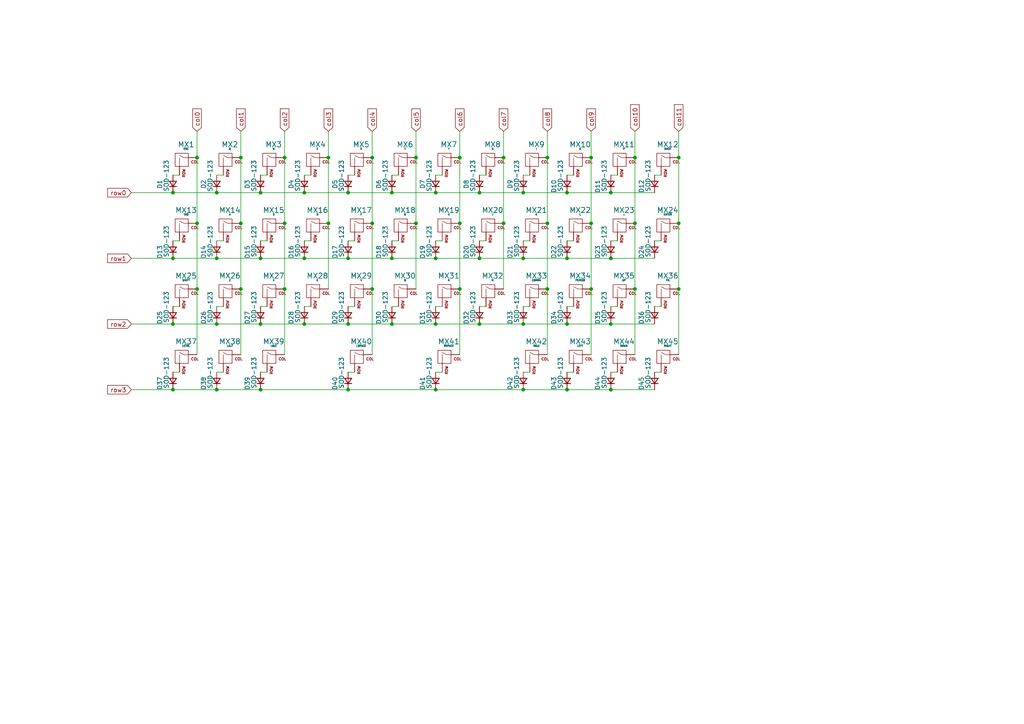
<source format=kicad_sch>
(kicad_sch (version 20211123) (generator eeschema)
  (paper "A4")
  (lib_symbols
    (symbol "Device:D_Small" (pin_numbers hide) (pin_names (offset 0.254) hide)
      (property "Reference" "D" (at -1.27 2.032 0))
      (property "Value" "D_Small" (at -3.81 -2.032 0))
      (symbol "D_Small_0_1"
        (polyline (pts (xy -0.762 -1.016) (xy -0.762 1.016)) (stroke (width 0.254)))
        (polyline (pts (xy -0.762 0) (xy 0.762 0)))
        (polyline (pts (xy 0.762 -1.016) (xy -0.762 0) (xy 0.762 1.016) (xy 0.762 -1.016)) (stroke (width 0.254)))
      )
      (symbol "D_Small_1_1"
        (pin passive line (at -2.54 0 0) (length 1.778) (name "K") (number "1"))
        (pin passive line (at 2.54 0 180) (length 1.778) (name "A") (number "2"))
      )
    )
    (symbol "MX_Alps_Hybrid:MX-NoLED" (pin_names (offset 1.016))
      (property "Reference" "MX" (at -0.635 3.81 0))
      (property "Value" "MX-NoLED" (at -0.635 1.27 0))
      (symbol "MX-NoLED_0_0"
        (rectangle (start -2.54 2.54) (end 1.27 -1.27))
        (polyline (pts (xy -1.27 -1.27) (xy -1.27 1.27)) (stroke (width 0.127)))
        (polyline (pts (xy 1.27 1.27) (xy 0 1.27) (xy -1.27 1.905)) (stroke (width 0.127)))
        (text "COL" (at 3.175 0 0) (effects (font (size 0.762 0.762))))
        (text "ROW" (at 0 -1.905 900) (effects (font (size 0.762 0.762)) (justify right)))
      )
      (symbol "MX-NoLED_1_1"
        (pin passive line (at 3.81 1.27 180) (length 2.54) (name "COL") (number "1"))
        (pin passive line (at -1.27 -3.81 90) (length 2.54) (name "ROW") (number "2"))
      )
    )
  )
  (junction (at 158.75 64.77))
  (junction (at 196.85 83.82))
  (junction (at 50.165 74.93))
  (junction (at 171.45 64.77))
  (junction (at 69.85 83.82))
  (junction (at 146.05 45.72))
  (junction (at 75.565 113.03))
  (junction (at 133.35 45.72))
  (junction (at 69.85 45.72))
  (junction (at 177.165 55.88))
  (junction (at 139.065 93.98))
  (junction (at 82.55 83.82))
  (junction (at 177.165 113.03))
  (junction (at 88.265 55.88))
  (junction (at 171.45 45.72))
  (junction (at 100.965 55.88))
  (junction (at 107.95 45.72))
  (junction (at 139.065 55.88))
  (junction (at 158.75 45.72))
  (junction (at 164.465 93.98))
  (junction (at 107.95 64.77))
  (junction (at 151.765 55.88))
  (junction (at 184.15 64.77))
  (junction (at 113.665 55.88))
  (junction (at 88.265 74.93))
  (junction (at 126.365 93.98))
  (junction (at 126.365 74.93))
  (junction (at 57.15 64.77))
  (junction (at 126.365 55.88))
  (junction (at 82.55 45.72))
  (junction (at 50.165 113.03))
  (junction (at 57.15 45.72))
  (junction (at 120.65 64.77))
  (junction (at 146.05 64.77))
  (junction (at 164.465 55.88))
  (junction (at 126.365 113.03))
  (junction (at 164.465 113.03))
  (junction (at 100.965 113.03))
  (junction (at 184.15 45.72))
  (junction (at 95.25 45.72))
  (junction (at 50.165 93.98))
  (junction (at 62.865 74.93))
  (junction (at 100.965 74.93))
  (junction (at 184.15 83.82))
  (junction (at 120.65 45.72))
  (junction (at 177.165 93.98))
  (junction (at 50.165 55.88))
  (junction (at 75.565 74.93))
  (junction (at 151.765 74.93))
  (junction (at 75.565 93.98))
  (junction (at 151.765 113.03))
  (junction (at 113.665 93.98))
  (junction (at 196.85 64.77))
  (junction (at 62.865 93.98))
  (junction (at 139.065 74.93))
  (junction (at 164.465 74.93))
  (junction (at 62.865 113.03))
  (junction (at 62.865 55.88))
  (junction (at 171.45 83.82))
  (junction (at 88.265 93.98))
  (junction (at 177.165 74.93))
  (junction (at 158.75 83.82))
  (junction (at 57.15 83.82))
  (junction (at 69.85 64.77))
  (junction (at 100.965 93.98))
  (junction (at 95.25 64.77))
  (junction (at 151.765 93.98))
  (junction (at 133.35 83.82))
  (junction (at 196.85 45.72))
  (junction (at 75.565 55.88))
  (junction (at 113.665 74.93))
  (junction (at 107.95 83.82))
  (junction (at 133.35 64.77))
  (junction (at 82.55 64.77))
  (wire (pts (xy 38.1 55.88) (xy 50.165 55.88)))
  (wire (pts (xy 50.165 107.95) (xy 52.07 107.95)))
  (wire (pts (xy 88.265 74.93) (xy 100.965 74.93)))
  (wire (pts (xy 50.165 55.88) (xy 62.865 55.88)))
  (wire (pts (xy 57.15 64.77) (xy 57.15 83.82)))
  (wire (pts (xy 151.765 113.03) (xy 164.465 113.03)))
  (wire (pts (xy 100.965 50.8) (xy 102.87 50.8)))
  (wire (pts (xy 50.165 69.85) (xy 52.07 69.85)))
  (wire (pts (xy 88.265 55.88) (xy 100.965 55.88)))
  (wire (pts (xy 151.765 69.85) (xy 153.67 69.85)))
  (wire (pts (xy 69.85 64.77) (xy 69.85 83.82)))
  (wire (pts (xy 62.865 107.95) (xy 64.77 107.95)))
  (wire (pts (xy 126.365 55.88) (xy 139.065 55.88)))
  (wire (pts (xy 100.965 74.93) (xy 113.665 74.93)))
  (wire (pts (xy 164.465 69.85) (xy 166.37 69.85)))
  (wire (pts (xy 100.965 55.88) (xy 113.665 55.88)))
  (wire (pts (xy 151.765 50.8) (xy 153.67 50.8)))
  (wire (pts (xy 82.55 83.82) (xy 82.55 102.87)))
  (wire (pts (xy 100.965 113.03) (xy 126.365 113.03)))
  (wire (pts (xy 146.05 64.77) (xy 146.05 83.82)))
  (wire (pts (xy 113.665 69.85) (xy 115.57 69.85)))
  (wire (pts (xy 184.15 83.82) (xy 184.15 102.87)))
  (wire (pts (xy 50.165 113.03) (xy 62.865 113.03)))
  (wire (pts (xy 171.45 83.82) (xy 171.45 102.87)))
  (wire (pts (xy 126.365 93.98) (xy 139.065 93.98)))
  (wire (pts (xy 107.95 64.77) (xy 107.95 83.82)))
  (wire (pts (xy 62.865 69.85) (xy 64.77 69.85)))
  (wire (pts (xy 133.35 45.72) (xy 133.35 64.77)))
  (wire (pts (xy 126.365 107.95) (xy 128.27 107.95)))
  (wire (pts (xy 75.565 93.98) (xy 88.265 93.98)))
  (wire (pts (xy 196.85 64.77) (xy 196.85 83.82)))
  (wire (pts (xy 113.665 50.8) (xy 115.57 50.8)))
  (wire (pts (xy 139.065 93.98) (xy 151.765 93.98)))
  (wire (pts (xy 164.465 74.93) (xy 177.165 74.93)))
  (wire (pts (xy 50.165 74.93) (xy 62.865 74.93)))
  (wire (pts (xy 100.965 93.98) (xy 113.665 93.98)))
  (wire (pts (xy 158.75 45.72) (xy 158.75 64.77)))
  (wire (pts (xy 75.565 69.85) (xy 77.47 69.85)))
  (wire (pts (xy 120.65 38.1) (xy 120.65 45.72)))
  (wire (pts (xy 151.765 55.88) (xy 164.465 55.88)))
  (wire (pts (xy 62.865 113.03) (xy 75.565 113.03)))
  (wire (pts (xy 62.865 55.88) (xy 75.565 55.88)))
  (wire (pts (xy 158.75 64.77) (xy 158.75 83.82)))
  (wire (pts (xy 95.25 38.1) (xy 95.25 45.72)))
  (wire (pts (xy 107.95 45.72) (xy 107.95 64.77)))
  (wire (pts (xy 126.365 113.03) (xy 151.765 113.03)))
  (wire (pts (xy 177.165 69.85) (xy 179.07 69.85)))
  (wire (pts (xy 120.65 64.77) (xy 120.65 83.82)))
  (wire (pts (xy 50.165 50.8) (xy 52.07 50.8)))
  (wire (pts (xy 57.15 38.1) (xy 57.15 45.72)))
  (wire (pts (xy 139.065 88.9) (xy 140.97 88.9)))
  (wire (pts (xy 151.765 93.98) (xy 164.465 93.98)))
  (wire (pts (xy 189.865 50.8) (xy 191.77 50.8)))
  (wire (pts (xy 196.85 38.1) (xy 196.85 45.72)))
  (wire (pts (xy 107.95 38.1) (xy 107.95 45.72)))
  (wire (pts (xy 88.265 88.9) (xy 90.17 88.9)))
  (wire (pts (xy 158.75 83.82) (xy 158.75 102.87)))
  (wire (pts (xy 146.05 45.72) (xy 146.05 64.77)))
  (wire (pts (xy 88.265 93.98) (xy 100.965 93.98)))
  (wire (pts (xy 75.565 50.8) (xy 77.47 50.8)))
  (wire (pts (xy 196.85 83.82) (xy 196.85 102.87)))
  (wire (pts (xy 133.35 83.82) (xy 133.35 102.87)))
  (wire (pts (xy 189.865 107.95) (xy 191.77 107.95)))
  (wire (pts (xy 69.85 83.82) (xy 69.85 102.87)))
  (wire (pts (xy 95.25 45.72) (xy 95.25 64.77)))
  (wire (pts (xy 177.165 107.95) (xy 179.07 107.95)))
  (wire (pts (xy 88.265 50.8) (xy 90.17 50.8)))
  (wire (pts (xy 177.165 113.03) (xy 189.865 113.03)))
  (wire (pts (xy 177.165 50.8) (xy 179.07 50.8)))
  (wire (pts (xy 196.85 45.72) (xy 196.85 64.77)))
  (wire (pts (xy 177.165 74.93) (xy 189.865 74.93)))
  (wire (pts (xy 62.865 74.93) (xy 75.565 74.93)))
  (wire (pts (xy 164.465 50.8) (xy 166.37 50.8)))
  (wire (pts (xy 164.465 113.03) (xy 177.165 113.03)))
  (wire (pts (xy 113.665 74.93) (xy 126.365 74.93)))
  (wire (pts (xy 88.265 69.85) (xy 90.17 69.85)))
  (wire (pts (xy 133.35 64.77) (xy 133.35 83.82)))
  (wire (pts (xy 75.565 107.95) (xy 77.47 107.95)))
  (wire (pts (xy 158.75 38.1) (xy 158.75 45.72)))
  (wire (pts (xy 164.465 55.88) (xy 177.165 55.88)))
  (wire (pts (xy 95.25 64.77) (xy 95.25 83.82)))
  (wire (pts (xy 113.665 88.9) (xy 115.57 88.9)))
  (wire (pts (xy 139.065 55.88) (xy 151.765 55.88)))
  (wire (pts (xy 75.565 74.93) (xy 88.265 74.93)))
  (wire (pts (xy 38.1 93.98) (xy 50.165 93.98)))
  (wire (pts (xy 100.965 88.9) (xy 102.87 88.9)))
  (wire (pts (xy 164.465 107.95) (xy 166.37 107.95)))
  (wire (pts (xy 113.665 93.98) (xy 126.365 93.98)))
  (wire (pts (xy 57.15 83.82) (xy 57.15 102.87)))
  (wire (pts (xy 177.165 93.98) (xy 189.865 93.98)))
  (wire (pts (xy 69.85 38.1) (xy 69.85 45.72)))
  (wire (pts (xy 62.865 88.9) (xy 64.77 88.9)))
  (wire (pts (xy 139.065 74.93) (xy 151.765 74.93)))
  (wire (pts (xy 75.565 113.03) (xy 100.965 113.03)))
  (wire (pts (xy 177.165 55.88) (xy 189.865 55.88)))
  (wire (pts (xy 151.765 88.9) (xy 153.67 88.9)))
  (wire (pts (xy 100.965 69.85) (xy 102.87 69.85)))
  (wire (pts (xy 171.45 38.1) (xy 171.45 45.72)))
  (wire (pts (xy 62.865 93.98) (xy 75.565 93.98)))
  (wire (pts (xy 164.465 93.98) (xy 177.165 93.98)))
  (wire (pts (xy 171.45 64.77) (xy 171.45 83.82)))
  (wire (pts (xy 184.15 38.1) (xy 184.15 45.72)))
  (wire (pts (xy 184.15 45.72) (xy 184.15 64.77)))
  (wire (pts (xy 126.365 74.93) (xy 139.065 74.93)))
  (wire (pts (xy 57.15 45.72) (xy 57.15 64.77)))
  (wire (pts (xy 139.065 50.8) (xy 140.97 50.8)))
  (wire (pts (xy 50.165 88.9) (xy 52.07 88.9)))
  (wire (pts (xy 126.365 88.9) (xy 128.27 88.9)))
  (wire (pts (xy 82.55 45.72) (xy 82.55 64.77)))
  (wire (pts (xy 38.1 113.03) (xy 50.165 113.03)))
  (wire (pts (xy 62.865 50.8) (xy 64.77 50.8)))
  (wire (pts (xy 177.165 88.9) (xy 179.07 88.9)))
  (wire (pts (xy 151.765 107.95) (xy 153.67 107.95)))
  (wire (pts (xy 120.65 45.72) (xy 120.65 64.77)))
  (wire (pts (xy 126.365 50.8) (xy 128.27 50.8)))
  (wire (pts (xy 82.55 64.77) (xy 82.55 83.82)))
  (wire (pts (xy 69.85 45.72) (xy 69.85 64.77)))
  (wire (pts (xy 171.45 45.72) (xy 171.45 64.77)))
  (wire (pts (xy 184.15 64.77) (xy 184.15 83.82)))
  (wire (pts (xy 38.1 74.93) (xy 50.165 74.93)))
  (wire (pts (xy 151.765 74.93) (xy 164.465 74.93)))
  (wire (pts (xy 139.065 69.85) (xy 140.97 69.85)))
  (wire (pts (xy 126.365 69.85) (xy 128.27 69.85)))
  (wire (pts (xy 107.95 83.82) (xy 107.95 102.87)))
  (wire (pts (xy 189.865 69.85) (xy 191.77 69.85)))
  (wire (pts (xy 113.665 55.88) (xy 126.365 55.88)))
  (wire (pts (xy 189.865 88.9) (xy 191.77 88.9)))
  (wire (pts (xy 133.35 38.1) (xy 133.35 45.72)))
  (wire (pts (xy 164.465 88.9) (xy 166.37 88.9)))
  (wire (pts (xy 75.565 88.9) (xy 77.47 88.9)))
  (wire (pts (xy 75.565 55.88) (xy 88.265 55.88)))
  (wire (pts (xy 82.55 38.1) (xy 82.55 45.72)))
  (wire (pts (xy 50.165 93.98) (xy 62.865 93.98)))
  (wire (pts (xy 100.965 107.95) (xy 102.87 107.95)))
  (wire (pts (xy 146.05 38.1) (xy 146.05 45.72)))
  (global_label "col1" (shape input) (at 69.85 38.1 90) (property "Intersheet References" "${INTERSHEET_REFS}" (effects hide)))
  (global_label "row0" (shape input) (at 38.1 55.88 180) (property "Intersheet References" "${INTERSHEET_REFS}" (effects hide)))
  (global_label "row1" (shape input) (at 38.1 74.93 180) (property "Intersheet References" "${INTERSHEET_REFS}" (effects hide)))
  (global_label "col9" (shape input) (at 171.45 38.1 90) (property "Intersheet References" "${INTERSHEET_REFS}" (effects hide)))
  (global_label "col10" (shape input) (at 184.15 38.1 90) (property "Intersheet References" "${INTERSHEET_REFS}" (effects hide)))
  (global_label "col11" (shape input) (at 196.85 38.1 90) (property "Intersheet References" "${INTERSHEET_REFS}" (effects hide)))
  (global_label "col6" (shape input) (at 133.35 38.1 90) (property "Intersheet References" "${INTERSHEET_REFS}" (effects hide)))
  (global_label "col4" (shape input) (at 107.95 38.1 90) (property "Intersheet References" "${INTERSHEET_REFS}" (effects hide)))
  (global_label "col5" (shape input) (at 120.65 38.1 90) (property "Intersheet References" "${INTERSHEET_REFS}" (effects hide)))
  (global_label "row3" (shape input) (at 38.1 113.03 180) (property "Intersheet References" "${INTERSHEET_REFS}" (effects hide)))
  (global_label "col3" (shape input) (at 95.25 38.1 90) (property "Intersheet References" "${INTERSHEET_REFS}" (effects hide)))
  (global_label "col0" (shape input) (at 57.15 38.1 90) (property "Intersheet References" "${INTERSHEET_REFS}" (effects hide)))
  (global_label "col7" (shape input) (at 146.05 38.1 90) (property "Intersheet References" "${INTERSHEET_REFS}" (effects hide)))
  (global_label "col8" (shape input) (at 158.75 38.1 90) (property "Intersheet References" "${INTERSHEET_REFS}" (effects hide)))
  (global_label "col2" (shape input) (at 82.55 38.1 90) (property "Intersheet References" "${INTERSHEET_REFS}" (effects hide)))
  (global_label "row2" (shape input) (at 38.1 93.98 180) (property "Intersheet References" "${INTERSHEET_REFS}" (effects hide)))
  (symbol (lib_id "Device:D_Small") (at 126.365 72.39 90) (unit 1)
    (property "Reference" "D19" (at 122.555 71.12 0) (effects (justify right)))
    (property "Value" "SOD-123" (at 124.46 65.405 0) (effects (justify right)))
    (property "Footprint" "Diode_SMD:D_SOD-123" (effects hide))
  )
  (symbol (lib_id "MX_Alps_Hybrid:MX-NoLED") (at 53.34 46.99 0) (unit 1)
    (property "Reference" "MX1" (at 53.975 41.91 0) (effects (font (size 1.524 1.524))))
    (property "Value" "ESC" (at 53.975 43.18 0) (effects (font (size 0.508 0.508))))
    (property "Footprint" "MX_Only:MXOnly-1U-NoLED" (effects hide))
  )
  (symbol (lib_id "Device:D_Small") (at 126.365 91.44 90) (unit 1)
    (property "Reference" "D31" (at 122.555 90.17 0) (effects (justify right)))
    (property "Value" "SOD-123" (at 124.46 84.455 0) (effects (justify right)))
    (property "Footprint" "Diode_SMD:D_SOD-123" (effects hide))
  )
  (symbol (lib_id "MX_Alps_Hybrid:MX-NoLED") (at 104.14 104.14 0) (unit 1)
    (property "Reference" "MX40" (at 104.775 99.06 0) (effects (font (size 1.524 1.524))))
    (property "Value" "LSPACE" (at 104.775 100.33 0) (effects (font (size 0.508 0.508))))
    (property "Footprint" "MX_Only:MXOnly-2.25U-NoLED" (effects hide))
  )
  (symbol (lib_id "MX_Alps_Hybrid:MX-NoLED") (at 142.24 66.04 0) (unit 1)
    (property "Reference" "MX20" (at 142.875 60.96 0) (effects (font (size 1.524 1.524))))
    (property "Value" "J" (at 142.875 62.23 0) (effects (font (size 0.508 0.508))))
    (property "Footprint" "MX_Only:MXOnly-1U-NoLED" (effects hide))
  )
  (symbol (lib_id "Device:D_Small") (at 88.265 72.39 90) (unit 1)
    (property "Reference" "D16" (at 84.455 71.12 0) (effects (justify right)))
    (property "Value" "SOD-123" (at 86.36 65.405 0) (effects (justify right)))
    (property "Footprint" "Diode_SMD:D_SOD-123" (effects hide))
  )
  (symbol (lib_id "Device:D_Small") (at 62.865 72.39 90) (unit 1)
    (property "Reference" "D14" (at 59.055 71.12 0) (effects (justify right)))
    (property "Value" "SOD-123" (at 60.96 65.405 0) (effects (justify right)))
    (property "Footprint" "Diode_SMD:D_SOD-123" (effects hide))
  )
  (symbol (lib_id "Device:D_Small") (at 62.865 91.44 90) (unit 1)
    (property "Reference" "D26" (at 59.055 90.17 0) (effects (justify right)))
    (property "Value" "SOD-123" (at 60.96 84.455 0) (effects (justify right)))
    (property "Footprint" "Diode_SMD:D_SOD-123" (effects hide))
  )
  (symbol (lib_id "MX_Alps_Hybrid:MX-NoLED") (at 193.04 104.14 0) (unit 1)
    (property "Reference" "MX45" (at 193.675 99.06 0) (effects (font (size 1.524 1.524))))
    (property "Value" "RIGHT" (at 193.675 100.33 0) (effects (font (size 0.508 0.508))))
    (property "Footprint" "MX_Only:MXOnly-1U-NoLED" (effects hide))
  )
  (symbol (lib_id "Device:D_Small") (at 189.865 72.39 90) (unit 1)
    (property "Reference" "D24" (at 186.055 71.12 0) (effects (justify right)))
    (property "Value" "SOD-123" (at 187.96 65.405 0) (effects (justify right)))
    (property "Footprint" "Diode_SMD:D_SOD-123" (effects hide))
  )
  (symbol (lib_id "MX_Alps_Hybrid:MX-NoLED") (at 154.94 66.04 0) (unit 1)
    (property "Reference" "MX21" (at 155.575 60.96 0) (effects (font (size 1.524 1.524))))
    (property "Value" "K" (at 155.575 62.23 0) (effects (font (size 0.508 0.508))))
    (property "Footprint" "MX_Only:MXOnly-1U-NoLED" (effects hide))
  )
  (symbol (lib_id "Device:D_Small") (at 164.465 72.39 90) (unit 1)
    (property "Reference" "D22" (at 160.655 71.12 0) (effects (justify right)))
    (property "Value" "SOD-123" (at 162.56 65.405 0) (effects (justify right)))
    (property "Footprint" "Diode_SMD:D_SOD-123" (effects hide))
  )
  (symbol (lib_id "MX_Alps_Hybrid:MX-NoLED") (at 66.04 46.99 0) (unit 1)
    (property "Reference" "MX2" (at 66.675 41.91 0) (effects (font (size 1.524 1.524))))
    (property "Value" "Q" (at 66.675 43.18 0) (effects (font (size 0.508 0.508))))
    (property "Footprint" "MX_Only:MXOnly-1U-NoLED" (effects hide))
  )
  (symbol (lib_id "MX_Alps_Hybrid:MX-NoLED") (at 129.54 104.14 0) (unit 1)
    (property "Reference" "MX41" (at 130.175 99.06 0) (effects (font (size 1.524 1.524))))
    (property "Value" "RSPACE" (at 130.175 100.33 0) (effects (font (size 0.508 0.508))))
    (property "Footprint" "MX_Only:MXOnly-2U-NoLED" (effects hide))
  )
  (symbol (lib_id "MX_Alps_Hybrid:MX-NoLED") (at 167.64 104.14 0) (unit 1)
    (property "Reference" "MX43" (at 168.275 99.06 0) (effects (font (size 1.524 1.524))))
    (property "Value" "LEFT" (at 168.275 100.33 0) (effects (font (size 0.508 0.508))))
    (property "Footprint" "MX_Only:MXOnly-1U-NoLED" (effects hide))
  )
  (symbol (lib_id "MX_Alps_Hybrid:MX-NoLED") (at 78.74 66.04 0) (unit 1)
    (property "Reference" "MX15" (at 79.375 60.96 0) (effects (font (size 1.524 1.524))))
    (property "Value" "S" (at 79.375 62.23 0) (effects (font (size 0.508 0.508))))
    (property "Footprint" "MX_Only:MXOnly-1U-NoLED" (effects hide))
  )
  (symbol (lib_id "MX_Alps_Hybrid:MX-NoLED") (at 91.44 46.99 0) (unit 1)
    (property "Reference" "MX4" (at 92.075 41.91 0) (effects (font (size 1.524 1.524))))
    (property "Value" "E" (at 92.075 43.18 0) (effects (font (size 0.508 0.508))))
    (property "Footprint" "MX_Only:MXOnly-1U-NoLED" (effects hide))
  )
  (symbol (lib_id "Device:D_Small") (at 50.165 91.44 90) (unit 1)
    (property "Reference" "D25" (at 46.355 90.17 0) (effects (justify right)))
    (property "Value" "SOD-123" (at 48.26 84.455 0) (effects (justify right)))
    (property "Footprint" "Diode_SMD:D_SOD-123" (effects hide))
  )
  (symbol (lib_id "Device:D_Small") (at 126.365 110.49 90) (unit 1)
    (property "Reference" "D41" (at 122.555 109.22 0) (effects (justify right)))
    (property "Value" "SOD-123" (at 124.46 103.505 0) (effects (justify right)))
    (property "Footprint" "Diode_SMD:D_SOD-123" (effects hide))
  )
  (symbol (lib_id "MX_Alps_Hybrid:MX-NoLED") (at 180.34 85.09 0) (unit 1)
    (property "Reference" "MX35" (at 180.975 80.01 0) (effects (font (size 1.524 1.524))))
    (property "Value" "UP" (at 180.975 81.28 0) (effects (font (size 0.508 0.508))))
    (property "Footprint" "MX_Only:MXOnly-1U-NoLED" (effects hide))
  )
  (symbol (lib_id "Device:D_Small") (at 100.965 110.49 90) (unit 1)
    (property "Reference" "D40" (at 97.155 109.22 0) (effects (justify right)))
    (property "Value" "SOD-123" (at 99.06 103.505 0) (effects (justify right)))
    (property "Footprint" "Diode_SMD:D_SOD-123" (effects hide))
  )
  (symbol (lib_id "Device:D_Small") (at 88.265 53.34 90) (unit 1)
    (property "Reference" "D4" (at 84.455 52.07 0) (effects (justify right)))
    (property "Value" "SOD-123" (at 86.36 46.355 0) (effects (justify right)))
    (property "Footprint" "Diode_SMD:D_SOD-123" (effects hide))
  )
  (symbol (lib_id "MX_Alps_Hybrid:MX-NoLED") (at 116.84 66.04 0) (unit 1)
    (property "Reference" "MX18" (at 117.475 60.96 0) (effects (font (size 1.524 1.524))))
    (property "Value" "G" (at 117.475 62.23 0) (effects (font (size 0.508 0.508))))
    (property "Footprint" "MX_Only:MXOnly-1U-NoLED" (effects hide))
  )
  (symbol (lib_id "Device:D_Small") (at 113.665 91.44 90) (unit 1)
    (property "Reference" "D30" (at 109.855 90.17 0) (effects (justify right)))
    (property "Value" "SOD-123" (at 111.76 84.455 0) (effects (justify right)))
    (property "Footprint" "Diode_SMD:D_SOD-123" (effects hide))
  )
  (symbol (lib_id "MX_Alps_Hybrid:MX-NoLED") (at 154.94 46.99 0) (unit 1)
    (property "Reference" "MX9" (at 155.575 41.91 0) (effects (font (size 1.524 1.524))))
    (property "Value" "I" (at 155.575 43.18 0) (effects (font (size 0.508 0.508))))
    (property "Footprint" "MX_Only:MXOnly-1U-NoLED" (effects hide))
  )
  (symbol (lib_id "MX_Alps_Hybrid:MX-NoLED") (at 91.44 85.09 0) (unit 1)
    (property "Reference" "MX28" (at 92.075 80.01 0) (effects (font (size 1.524 1.524))))
    (property "Value" "C" (at 92.075 81.28 0) (effects (font (size 0.508 0.508))))
    (property "Footprint" "MX_Only:MXOnly-1U-NoLED" (effects hide))
  )
  (symbol (lib_id "Device:D_Small") (at 139.065 72.39 90) (unit 1)
    (property "Reference" "D20" (at 135.255 71.12 0) (effects (justify right)))
    (property "Value" "SOD-123" (at 137.16 65.405 0) (effects (justify right)))
    (property "Footprint" "Diode_SMD:D_SOD-123" (effects hide))
  )
  (symbol (lib_id "Device:D_Small") (at 151.765 91.44 90) (unit 1)
    (property "Reference" "D33" (at 147.955 90.17 0) (effects (justify right)))
    (property "Value" "SOD-123" (at 149.86 84.455 0) (effects (justify right)))
    (property "Footprint" "Diode_SMD:D_SOD-123" (effects hide))
  )
  (symbol (lib_id "MX_Alps_Hybrid:MX-NoLED") (at 154.94 85.09 0) (unit 1)
    (property "Reference" "MX33" (at 155.575 80.01 0) (effects (font (size 1.524 1.524))))
    (property "Value" "COMMA" (at 155.575 81.28 0) (effects (font (size 0.508 0.508))))
    (property "Footprint" "MX_Only:MXOnly-1U-NoLED" (effects hide))
  )
  (symbol (lib_id "MX_Alps_Hybrid:MX-NoLED") (at 78.74 85.09 0) (unit 1)
    (property "Reference" "MX27" (at 79.375 80.01 0) (effects (font (size 1.524 1.524))))
    (property "Value" "X" (at 79.375 81.28 0) (effects (font (size 0.508 0.508))))
    (property "Footprint" "MX_Only:MXOnly-1U-NoLED" (effects hide))
  )
  (symbol (lib_id "Device:D_Small") (at 75.565 72.39 90) (unit 1)
    (property "Reference" "D15" (at 71.755 71.12 0) (effects (justify right)))
    (property "Value" "SOD-123" (at 73.66 65.405 0) (effects (justify right)))
    (property "Footprint" "Diode_SMD:D_SOD-123" (effects hide))
  )
  (symbol (lib_id "MX_Alps_Hybrid:MX-NoLED") (at 129.54 46.99 0) (unit 1)
    (property "Reference" "MX7" (at 130.175 41.91 0) (effects (font (size 1.524 1.524))))
    (property "Value" "Y" (at 130.175 43.18 0) (effects (font (size 0.508 0.508))))
    (property "Footprint" "MX_Only:MXOnly-1U-NoLED" (effects hide))
  )
  (symbol (lib_id "MX_Alps_Hybrid:MX-NoLED") (at 129.54 66.04 0) (unit 1)
    (property "Reference" "MX19" (at 130.175 60.96 0) (effects (font (size 1.524 1.524))))
    (property "Value" "H" (at 130.175 62.23 0) (effects (font (size 0.508 0.508))))
    (property "Footprint" "MX_Only:MXOnly-1U-NoLED" (effects hide))
  )
  (symbol (lib_id "Device:D_Small") (at 62.865 53.34 90) (unit 1)
    (property "Reference" "D2" (at 59.055 52.07 0) (effects (justify right)))
    (property "Value" "SOD-123" (at 60.96 46.355 0) (effects (justify right)))
    (property "Footprint" "Diode_SMD:D_SOD-123" (effects hide))
  )
  (symbol (lib_id "Device:D_Small") (at 177.165 53.34 90) (unit 1)
    (property "Reference" "D11" (at 173.355 52.07 0) (effects (justify right)))
    (property "Value" "SOD-123" (at 175.26 46.355 0) (effects (justify right)))
    (property "Footprint" "Diode_SMD:D_SOD-123" (effects hide))
  )
  (symbol (lib_id "Device:D_Small") (at 164.465 110.49 90) (unit 1)
    (property "Reference" "D43" (at 160.655 109.22 0) (effects (justify right)))
    (property "Value" "SOD-123" (at 162.56 103.505 0) (effects (justify right)))
    (property "Footprint" "Diode_SMD:D_SOD-123" (effects hide))
  )
  (symbol (lib_id "MX_Alps_Hybrid:MX-NoLED") (at 66.04 104.14 0) (unit 1)
    (property "Reference" "MX38" (at 66.675 99.06 0) (effects (font (size 1.524 1.524))))
    (property "Value" "LALT" (at 66.675 100.33 0) (effects (font (size 0.508 0.508))))
    (property "Footprint" "MX_Only:MXOnly-1.5U-NoLED" (effects hide))
  )
  (symbol (lib_id "MX_Alps_Hybrid:MX-NoLED") (at 78.74 46.99 0) (unit 1)
    (property "Reference" "MX3" (at 79.375 41.91 0) (effects (font (size 1.524 1.524))))
    (property "Value" "W" (at 79.375 43.18 0) (effects (font (size 0.508 0.508))))
    (property "Footprint" "MX_Only:MXOnly-1U-NoLED" (effects hide))
  )
  (symbol (lib_id "MX_Alps_Hybrid:MX-NoLED") (at 104.14 66.04 0) (unit 1)
    (property "Reference" "MX17" (at 104.775 60.96 0) (effects (font (size 1.524 1.524))))
    (property "Value" "F" (at 104.775 62.23 0) (effects (font (size 0.508 0.508))))
    (property "Footprint" "MX_Only:MXOnly-1U-NoLED" (effects hide))
  )
  (symbol (lib_id "Device:D_Small") (at 113.665 72.39 90) (unit 1)
    (property "Reference" "D18" (at 109.855 71.12 0) (effects (justify right)))
    (property "Value" "SOD-123" (at 111.76 65.405 0) (effects (justify right)))
    (property "Footprint" "Diode_SMD:D_SOD-123" (effects hide))
  )
  (symbol (lib_id "MX_Alps_Hybrid:MX-NoLED") (at 154.94 104.14 0) (unit 1)
    (property "Reference" "MX42" (at 155.575 99.06 0) (effects (font (size 1.524 1.524))))
    (property "Value" "RGUI" (at 155.575 100.33 0) (effects (font (size 0.508 0.508))))
    (property "Footprint" "MX_Only:MXOnly-1.5U-NoLED" (effects hide))
  )
  (symbol (lib_id "MX_Alps_Hybrid:MX-NoLED") (at 193.04 66.04 0) (unit 1)
    (property "Reference" "MX24" (at 193.675 60.96 0) (effects (font (size 1.524 1.524))))
    (property "Value" "ENTER" (at 193.675 62.23 0) (effects (font (size 0.508 0.508))))
    (property "Footprint" "MX_Only:MXOnly-1.5U-NoLED" (effects hide))
  )
  (symbol (lib_id "Device:D_Small") (at 189.865 110.49 90) (unit 1)
    (property "Reference" "D45" (at 186.055 109.22 0) (effects (justify right)))
    (property "Value" "SOD-123" (at 187.96 103.505 0) (effects (justify right)))
    (property "Footprint" "Diode_SMD:D_SOD-123" (effects hide))
  )
  (symbol (lib_id "MX_Alps_Hybrid:MX-NoLED") (at 104.14 85.09 0) (unit 1)
    (property "Reference" "MX29" (at 104.775 80.01 0) (effects (font (size 1.524 1.524))))
    (property "Value" "V" (at 104.775 81.28 0) (effects (font (size 0.508 0.508))))
    (property "Footprint" "MX_Only:MXOnly-1U-NoLED" (effects hide))
  )
  (symbol (lib_id "Device:D_Small") (at 50.165 110.49 90) (unit 1)
    (property "Reference" "D37" (at 46.355 109.22 0) (effects (justify right)))
    (property "Value" "SOD-123" (at 48.26 103.505 0) (effects (justify right)))
    (property "Footprint" "Diode_SMD:D_SOD-123" (effects hide))
  )
  (symbol (lib_id "MX_Alps_Hybrid:MX-NoLED") (at 104.14 46.99 0) (unit 1)
    (property "Reference" "MX5" (at 104.775 41.91 0) (effects (font (size 1.524 1.524))))
    (property "Value" "R" (at 104.775 43.18 0) (effects (font (size 0.508 0.508))))
    (property "Footprint" "MX_Only:MXOnly-1U-NoLED" (effects hide))
  )
  (symbol (lib_id "Device:D_Small") (at 189.865 53.34 90) (unit 1)
    (property "Reference" "D12" (at 186.055 52.07 0) (effects (justify right)))
    (property "Value" "SOD-123" (at 187.96 46.355 0) (effects (justify right)))
    (property "Footprint" "Diode_SMD:D_SOD-123" (effects hide))
  )
  (symbol (lib_id "Device:D_Small") (at 164.465 53.34 90) (unit 1)
    (property "Reference" "D10" (at 160.655 52.07 0) (effects (justify right)))
    (property "Value" "SOD-123" (at 162.56 46.355 0) (effects (justify right)))
    (property "Footprint" "Diode_SMD:D_SOD-123" (effects hide))
  )
  (symbol (lib_id "MX_Alps_Hybrid:MX-NoLED") (at 142.24 85.09 0) (unit 1)
    (property "Reference" "MX32" (at 142.875 80.01 0) (effects (font (size 1.524 1.524))))
    (property "Value" "M" (at 142.875 81.28 0) (effects (font (size 0.508 0.508))))
    (property "Footprint" "MX_Only:MXOnly-1U-NoLED" (effects hide))
  )
  (symbol (lib_id "MX_Alps_Hybrid:MX-NoLED") (at 193.04 85.09 0) (unit 1)
    (property "Reference" "MX36" (at 193.675 80.01 0) (effects (font (size 1.524 1.524))))
    (property "Value" "FN" (at 193.675 81.28 0) (effects (font (size 0.508 0.508))))
    (property "Footprint" "MX_Only:MXOnly-1U-NoLED" (effects hide))
  )
  (symbol (lib_id "MX_Alps_Hybrid:MX-NoLED") (at 78.74 104.14 0) (unit 1)
    (property "Reference" "MX39" (at 79.375 99.06 0) (effects (font (size 1.524 1.524))))
    (property "Value" "LGUI" (at 79.375 100.33 0) (effects (font (size 0.508 0.508))))
    (property "Footprint" "MX_Only:MXOnly-1.25U-NoLED" (effects hide))
  )
  (symbol (lib_id "Device:D_Small") (at 75.565 53.34 90) (unit 1)
    (property "Reference" "D3" (at 71.755 52.07 0) (effects (justify right)))
    (property "Value" "SOD-123" (at 73.66 46.355 0) (effects (justify right)))
    (property "Footprint" "Diode_SMD:D_SOD-123" (effects hide))
  )
  (symbol (lib_id "Device:D_Small") (at 164.465 91.44 90) (unit 1)
    (property "Reference" "D34" (at 160.655 90.17 0) (effects (justify right)))
    (property "Value" "SOD-123" (at 162.56 84.455 0) (effects (justify right)))
    (property "Footprint" "Diode_SMD:D_SOD-123" (effects hide))
  )
  (symbol (lib_id "MX_Alps_Hybrid:MX-NoLED") (at 66.04 85.09 0) (unit 1)
    (property "Reference" "MX26" (at 66.675 80.01 0) (effects (font (size 1.524 1.524))))
    (property "Value" "Z" (at 66.675 81.28 0) (effects (font (size 0.508 0.508))))
    (property "Footprint" "MX_Only:MXOnly-1U-NoLED" (effects hide))
  )
  (symbol (lib_id "Device:D_Small") (at 100.965 91.44 90) (unit 1)
    (property "Reference" "D29" (at 97.155 90.17 0) (effects (justify right)))
    (property "Value" "SOD-123" (at 99.06 84.455 0) (effects (justify right)))
    (property "Footprint" "Diode_SMD:D_SOD-123" (effects hide))
  )
  (symbol (lib_id "Device:D_Small") (at 88.265 91.44 90) (unit 1)
    (property "Reference" "D28" (at 84.455 90.17 0) (effects (justify right)))
    (property "Value" "SOD-123" (at 86.36 84.455 0) (effects (justify right)))
    (property "Footprint" "Diode_SMD:D_SOD-123" (effects hide))
  )
  (symbol (lib_id "MX_Alps_Hybrid:MX-NoLED") (at 180.34 46.99 0) (unit 1)
    (property "Reference" "MX11" (at 180.975 41.91 0) (effects (font (size 1.524 1.524))))
    (property "Value" "P" (at 180.975 43.18 0) (effects (font (size 0.508 0.508))))
    (property "Footprint" "MX_Only:MXOnly-1U-NoLED" (effects hide))
  )
  (symbol (lib_id "MX_Alps_Hybrid:MX-NoLED") (at 53.34 85.09 0) (unit 1)
    (property "Reference" "MX25" (at 53.975 80.01 0) (effects (font (size 1.524 1.524))))
    (property "Value" "SHIFT" (at 53.975 81.28 0) (effects (font (size 0.508 0.508))))
    (property "Footprint" "MX_Only:MXOnly-1.75U-NoLED" (effects hide))
  )
  (symbol (lib_id "MX_Alps_Hybrid:MX-NoLED") (at 116.84 85.09 0) (unit 1)
    (property "Reference" "MX30" (at 117.475 80.01 0) (effects (font (size 1.524 1.524))))
    (property "Value" "B" (at 117.475 81.28 0) (effects (font (size 0.508 0.508))))
    (property "Footprint" "MX_Only:MXOnly-1U-NoLED" (effects hide))
  )
  (symbol (lib_id "MX_Alps_Hybrid:MX-NoLED") (at 180.34 104.14 0) (unit 1)
    (property "Reference" "MX44" (at 180.975 99.06 0) (effects (font (size 1.524 1.524))))
    (property "Value" "DOWN" (at 180.975 100.33 0) (effects (font (size 0.508 0.508))))
    (property "Footprint" "MX_Only:MXOnly-1U-NoLED" (effects hide))
  )
  (symbol (lib_id "Device:D_Small") (at 139.065 53.34 90) (unit 1)
    (property "Reference" "D8" (at 135.255 52.07 0) (effects (justify right)))
    (property "Value" "SOD-123" (at 137.16 46.355 0) (effects (justify right)))
    (property "Footprint" "Diode_SMD:D_SOD-123" (effects hide))
  )
  (symbol (lib_id "Device:D_Small") (at 50.165 72.39 90) (unit 1)
    (property "Reference" "D13" (at 46.355 71.12 0) (effects (justify right)))
    (property "Value" "SOD-123" (at 48.26 65.405 0) (effects (justify right)))
    (property "Footprint" "Diode_SMD:D_SOD-123" (effects hide))
  )
  (symbol (lib_id "Device:D_Small") (at 100.965 72.39 90) (unit 1)
    (property "Reference" "D17" (at 97.155 71.12 0) (effects (justify right)))
    (property "Value" "SOD-123" (at 99.06 65.405 0) (effects (justify right)))
    (property "Footprint" "Diode_SMD:D_SOD-123" (effects hide))
  )
  (symbol (lib_id "Device:D_Small") (at 75.565 91.44 90) (unit 1)
    (property "Reference" "D27" (at 71.755 90.17 0) (effects (justify right)))
    (property "Value" "SOD-123" (at 73.66 84.455 0) (effects (justify right)))
    (property "Footprint" "Diode_SMD:D_SOD-123" (effects hide))
  )
  (symbol (lib_id "MX_Alps_Hybrid:MX-NoLED") (at 167.64 85.09 0) (unit 1)
    (property "Reference" "MX34" (at 168.275 80.01 0) (effects (font (size 1.524 1.524))))
    (property "Value" "PERIOD" (at 168.275 81.28 0) (effects (font (size 0.508 0.508))))
    (property "Footprint" "MX_Only:MXOnly-1U-NoLED" (effects hide))
  )
  (symbol (lib_id "Device:D_Small") (at 151.765 110.49 90) (unit 1)
    (property "Reference" "D42" (at 147.955 109.22 0) (effects (justify right)))
    (property "Value" "SOD-123" (at 149.86 103.505 0) (effects (justify right)))
    (property "Footprint" "Diode_SMD:D_SOD-123" (effects hide))
  )
  (symbol (lib_id "MX_Alps_Hybrid:MX-NoLED") (at 193.04 46.99 0) (unit 1)
    (property "Reference" "MX12" (at 193.675 41.91 0) (effects (font (size 1.524 1.524))))
    (property "Value" "BACK" (at 193.675 43.18 0) (effects (font (size 0.508 0.508))))
    (property "Footprint" "MX_Only:MXOnly-1.75U-NoLED" (effects hide))
  )
  (symbol (lib_id "Device:D_Small") (at 151.765 53.34 90) (unit 1)
    (property "Reference" "D9" (at 147.955 52.07 0) (effects (justify right)))
    (property "Value" "SOD-123" (at 149.86 46.355 0) (effects (justify right)))
    (property "Footprint" "Diode_SMD:D_SOD-123" (effects hide))
  )
  (symbol (lib_id "MX_Alps_Hybrid:MX-NoLED") (at 53.34 66.04 0) (unit 1)
    (property "Reference" "MX13" (at 53.975 60.96 0) (effects (font (size 1.524 1.524))))
    (property "Value" "TAB" (at 53.975 62.23 0) (effects (font (size 0.508 0.508))))
    (property "Footprint" "MX_Only:MXOnly-1.25U-NoLED" (effects hide))
  )
  (symbol (lib_id "MX_Alps_Hybrid:MX-NoLED") (at 142.24 46.99 0) (unit 1)
    (property "Reference" "MX8" (at 142.875 41.91 0) (effects (font (size 1.524 1.524))))
    (property "Value" "U" (at 142.875 43.18 0) (effects (font (size 0.508 0.508))))
    (property "Footprint" "MX_Only:MXOnly-1U-NoLED" (effects hide))
  )
  (symbol (lib_id "Device:D_Small") (at 189.865 91.44 90) (unit 1)
    (property "Reference" "D36" (at 186.055 90.17 0) (effects (justify right)))
    (property "Value" "SOD-123" (at 187.96 84.455 0) (effects (justify right)))
    (property "Footprint" "Diode_SMD:D_SOD-123" (effects hide))
  )
  (symbol (lib_id "Device:D_Small") (at 126.365 53.34 90) (unit 1)
    (property "Reference" "D7" (at 122.555 52.07 0) (effects (justify right)))
    (property "Value" "SOD-123" (at 124.46 46.355 0) (effects (justify right)))
    (property "Footprint" "Diode_SMD:D_SOD-123" (effects hide))
  )
  (symbol (lib_id "MX_Alps_Hybrid:MX-NoLED") (at 91.44 66.04 0) (unit 1)
    (property "Reference" "MX16" (at 92.075 60.96 0) (effects (font (size 1.524 1.524))))
    (property "Value" "D" (at 92.075 62.23 0) (effects (font (size 0.508 0.508))))
    (property "Footprint" "MX_Only:MXOnly-1U-NoLED" (effects hide))
  )
  (symbol (lib_id "Device:D_Small") (at 177.165 110.49 90) (unit 1)
    (property "Reference" "D44" (at 173.355 109.22 0) (effects (justify right)))
    (property "Value" "SOD-123" (at 175.26 103.505 0) (effects (justify right)))
    (property "Footprint" "Diode_SMD:D_SOD-123" (effects hide))
  )
  (symbol (lib_id "Device:D_Small") (at 75.565 110.49 90) (unit 1)
    (property "Reference" "D39" (at 71.755 109.22 0) (effects (justify right)))
    (property "Value" "SOD-123" (at 73.66 103.505 0) (effects (justify right)))
    (property "Footprint" "Diode_SMD:D_SOD-123" (effects hide))
  )
  (symbol (lib_id "MX_Alps_Hybrid:MX-NoLED") (at 167.64 46.99 0) (unit 1)
    (property "Reference" "MX10" (at 168.275 41.91 0) (effects (font (size 1.524 1.524))))
    (property "Value" "O" (at 168.275 43.18 0) (effects (font (size 0.508 0.508))))
    (property "Footprint" "MX_Only:MXOnly-1U-NoLED" (effects hide))
  )
  (symbol (lib_id "MX_Alps_Hybrid:MX-NoLED") (at 167.64 66.04 0) (unit 1)
    (property "Reference" "MX22" (at 168.275 60.96 0) (effects (font (size 1.524 1.524))))
    (property "Value" "L" (at 168.275 62.23 0) (effects (font (size 0.508 0.508))))
    (property "Footprint" "MX_Only:MXOnly-1U-NoLED" (effects hide))
  )
  (symbol (lib_id "Device:D_Small") (at 50.165 53.34 90) (unit 1)
    (property "Reference" "D1" (at 46.355 52.07 0) (effects (justify right)))
    (property "Value" "SOD-123" (at 48.26 46.355 0) (effects (justify right)))
    (property "Footprint" "Diode_SMD:D_SOD-123" (effects hide))
  )
  (symbol (lib_id "MX_Alps_Hybrid:MX-NoLED") (at 180.34 66.04 0) (unit 1)
    (property "Reference" "MX23" (at 180.975 60.96 0) (effects (font (size 1.524 1.524))))
    (property "Value" ";" (at 180.975 62.23 0) (effects (font (size 0.508 0.508))))
    (property "Footprint" "MX_Only:MXOnly-1U-NoLED" (effects hide))
  )
  (symbol (lib_id "MX_Alps_Hybrid:MX-NoLED") (at 129.54 85.09 0) (unit 1)
    (property "Reference" "MX31" (at 130.175 80.01 0) (effects (font (size 1.524 1.524))))
    (property "Value" "N" (at 130.175 81.28 0) (effects (font (size 0.508 0.508))))
    (property "Footprint" "MX_Only:MXOnly-1U-NoLED" (effects hide))
  )
  (symbol (lib_id "MX_Alps_Hybrid:MX-NoLED") (at 53.34 104.14 0) (unit 1)
    (property "Reference" "MX37" (at 53.975 99.06 0) (effects (font (size 1.524 1.524))))
    (property "Value" "LCTRL" (at 53.975 100.33 0) (effects (font (size 0.508 0.508))))
    (property "Footprint" "MX_Only:MXOnly-1.25U-NoLED" (effects hide))
  )
  (symbol (lib_id "MX_Alps_Hybrid:MX-NoLED") (at 116.84 46.99 0) (unit 1)
    (property "Reference" "MX6" (at 117.475 41.91 0) (effects (font (size 1.524 1.524))))
    (property "Value" "T" (at 117.475 43.18 0) (effects (font (size 0.508 0.508))))
    (property "Footprint" "MX_Only:MXOnly-1U-NoLED" (effects hide))
  )
  (symbol (lib_id "Device:D_Small") (at 113.665 53.34 90) (unit 1)
    (property "Reference" "D6" (at 109.855 52.07 0) (effects (justify right)))
    (property "Value" "SOD-123" (at 111.76 46.355 0) (effects (justify right)))
    (property "Footprint" "Diode_SMD:D_SOD-123" (effects hide))
  )
  (symbol (lib_id "Device:D_Small") (at 177.165 91.44 90) (unit 1)
    (property "Reference" "D35" (at 173.355 90.17 0) (effects (justify right)))
    (property "Value" "SOD-123" (at 175.26 84.455 0) (effects (justify right)))
    (property "Footprint" "Diode_SMD:D_SOD-123" (effects hide))
  )
  (symbol (lib_id "Device:D_Small") (at 177.165 72.39 90) (unit 1)
    (property "Reference" "D23" (at 173.355 71.12 0) (effects (justify right)))
    (property "Value" "SOD-123" (at 175.26 65.405 0) (effects (justify right)))
    (property "Footprint" "Diode_SMD:D_SOD-123" (effects hide))
  )
  (symbol (lib_id "Device:D_Small") (at 151.765 72.39 90) (unit 1)
    (property "Reference" "D21" (at 147.955 71.12 0) (effects (justify right)))
    (property "Value" "SOD-123" (at 149.86 65.405 0) (effects (justify right)))
    (property "Footprint" "Diode_SMD:D_SOD-123" (effects hide))
  )
  (symbol (lib_id "Device:D_Small") (at 100.965 53.34 90) (unit 1)
    (property "Reference" "D5" (at 97.155 52.07 0) (effects (justify right)))
    (property "Value" "SOD-123" (at 99.06 46.355 0) (effects (justify right)))
    (property "Footprint" "Diode_SMD:D_SOD-123" (effects hide))
  )
  (symbol (lib_id "Device:D_Small") (at 62.865 110.49 90) (unit 1)
    (property "Reference" "D38" (at 59.055 109.22 0) (effects (justify right)))
    (property "Value" "SOD-123" (at 60.96 103.505 0) (effects (justify right)))
    (property "Footprint" "Diode_SMD:D_SOD-123" (effects hide))
  )
  (symbol (lib_id "Device:D_Small") (at 139.065 91.44 90) (unit 1)
    (property "Reference" "D32" (at 135.255 90.17 0) (effects (justify right)))
    (property "Value" "SOD-123" (at 137.16 84.455 0) (effects (justify right)))
    (property "Footprint" "Diode_SMD:D_SOD-123" (effects hide))
  )
  (symbol (lib_id "MX_Alps_Hybrid:MX-NoLED") (at 66.04 66.04 0) (unit 1)
    (property "Reference" "MX14" (at 66.675 60.96 0) (effects (font (size 1.524 1.524))))
    (property "Value" "A" (at 66.675 62.23 0) (effects (font (size 0.508 0.508))))
    (property "Footprint" "MX_Only:MXOnly-1U-NoLED" (effects hide))
  )
)
</source>
